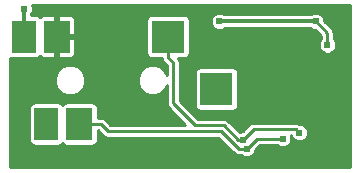
<source format=gbl>
G04 #@! TF.FileFunction,Copper,L2,Bot,Signal*
%FSLAX46Y46*%
G04 Gerber Fmt 4.6, Leading zero omitted, Abs format (unit mm)*
G04 Created by KiCad (PCBNEW 4.0.1-3.201512221402+6198~38~ubuntu14.04.1-stable) date Wed 27 Jan 2016 01:24:07 PM EST*
%MOMM*%
G01*
G04 APERTURE LIST*
%ADD10C,0.100000*%
%ADD11R,2.800000X2.800000*%
%ADD12R,2.200000X2.800000*%
%ADD13R,2.000000X2.800000*%
%ADD14C,0.620000*%
%ADD15C,0.320000*%
%ADD16C,0.240000*%
%ADD17C,0.254000*%
G04 APERTURE END LIST*
D10*
D11*
X168100000Y-104750000D03*
X164000000Y-100300000D03*
D12*
X154600000Y-100300000D03*
D13*
X151800000Y-100300000D03*
X153700000Y-107700000D03*
D12*
X156500000Y-107700000D03*
D14*
X151800000Y-97950000D03*
X167100000Y-110750000D03*
X165200000Y-109750000D03*
X167100000Y-107100000D03*
X177000000Y-108700000D03*
X171450000Y-106000000D03*
X175550000Y-103900000D03*
X169050000Y-101000000D03*
X174100000Y-110750000D03*
X174300000Y-107500000D03*
X179000000Y-109750000D03*
X177500000Y-101000000D03*
X168350000Y-99000000D03*
X176500000Y-99000000D03*
X170382800Y-109017200D03*
X175112500Y-108437500D03*
X170650000Y-109800000D03*
X173700000Y-108952500D03*
D15*
X151800000Y-100300000D02*
X151800000Y-97950000D01*
D16*
X177500000Y-101000000D02*
X177500000Y-100000000D01*
X177500000Y-100000000D02*
X176500000Y-99000000D01*
D15*
X176500000Y-99000000D02*
X168350000Y-99000000D01*
D16*
X164450000Y-102500000D02*
X164000000Y-102050000D01*
X164000000Y-102050000D02*
X164000000Y-100300000D01*
X164450000Y-105950000D02*
X164450000Y-102500000D01*
X166300000Y-107800000D02*
X164450000Y-105950000D01*
X168727194Y-107800000D02*
X166300000Y-107800000D01*
X170382800Y-109017200D02*
X169944394Y-109017200D01*
X169944394Y-109017200D02*
X168727194Y-107800000D01*
X175112500Y-108437500D02*
X174802501Y-108127501D01*
X174802501Y-108127501D02*
X171272499Y-108127501D01*
X171272499Y-108127501D02*
X170382800Y-109017200D01*
X170650000Y-109800000D02*
X170000000Y-109800000D01*
X158300000Y-107700000D02*
X156500000Y-107700000D01*
X170000000Y-109800000D02*
X168500000Y-108300000D01*
X168500000Y-108300000D02*
X158900000Y-108300000D01*
X158900000Y-108300000D02*
X158300000Y-107700000D01*
X171547500Y-108952500D02*
X170700000Y-109800000D01*
X170700000Y-109800000D02*
X170650000Y-109800000D01*
X173700000Y-108952500D02*
X171547500Y-108952500D01*
D17*
G36*
X179373000Y-111373000D02*
X150627000Y-111373000D01*
X150627000Y-106300000D01*
X152264635Y-106300000D01*
X152264635Y-109100000D01*
X152294409Y-109258237D01*
X152387927Y-109403567D01*
X152530619Y-109501064D01*
X152700000Y-109535365D01*
X154700000Y-109535365D01*
X154858237Y-109505591D01*
X155003567Y-109412073D01*
X155049831Y-109344364D01*
X155087927Y-109403567D01*
X155230619Y-109501064D01*
X155400000Y-109535365D01*
X157600000Y-109535365D01*
X157758237Y-109505591D01*
X157903567Y-109412073D01*
X158001064Y-109269381D01*
X158035365Y-109100000D01*
X158035365Y-108247000D01*
X158073426Y-108247000D01*
X158513212Y-108686787D01*
X158690516Y-108805258D01*
X158690672Y-108805362D01*
X158900000Y-108847000D01*
X168273426Y-108847000D01*
X169613212Y-110186787D01*
X169790672Y-110305362D01*
X170000000Y-110347000D01*
X170154679Y-110347000D01*
X170231978Y-110424434D01*
X170502758Y-110536872D01*
X170795955Y-110537128D01*
X171066932Y-110425163D01*
X171274434Y-110218022D01*
X171386872Y-109947242D01*
X171386925Y-109886649D01*
X171774074Y-109499500D01*
X173204679Y-109499500D01*
X173281978Y-109576934D01*
X173552758Y-109689372D01*
X173845955Y-109689628D01*
X174116932Y-109577663D01*
X174324434Y-109370522D01*
X174436872Y-109099742D01*
X174437128Y-108806545D01*
X174382569Y-108674501D01*
X174412991Y-108674501D01*
X174487337Y-108854432D01*
X174694478Y-109061934D01*
X174965258Y-109174372D01*
X175258455Y-109174628D01*
X175529432Y-109062663D01*
X175736934Y-108855522D01*
X175849372Y-108584742D01*
X175849628Y-108291545D01*
X175737663Y-108020568D01*
X175530522Y-107813066D01*
X175259742Y-107700628D01*
X175129125Y-107700514D01*
X175011829Y-107622139D01*
X174802501Y-107580501D01*
X171272499Y-107580501D01*
X171063171Y-107622139D01*
X170885711Y-107740714D01*
X170346258Y-108280168D01*
X170236845Y-108280072D01*
X170055692Y-108354923D01*
X169113981Y-107413213D01*
X168936522Y-107294638D01*
X168727194Y-107253000D01*
X166526574Y-107253000D01*
X164997000Y-105723426D01*
X164997000Y-103350000D01*
X166264635Y-103350000D01*
X166264635Y-106150000D01*
X166294409Y-106308237D01*
X166387927Y-106453567D01*
X166530619Y-106551064D01*
X166700000Y-106585365D01*
X169500000Y-106585365D01*
X169658237Y-106555591D01*
X169803567Y-106462073D01*
X169901064Y-106319381D01*
X169935365Y-106150000D01*
X169935365Y-103350000D01*
X169905591Y-103191763D01*
X169812073Y-103046433D01*
X169669381Y-102948936D01*
X169500000Y-102914635D01*
X166700000Y-102914635D01*
X166541763Y-102944409D01*
X166396433Y-103037927D01*
X166298936Y-103180619D01*
X166264635Y-103350000D01*
X164997000Y-103350000D01*
X164997000Y-102500000D01*
X164955362Y-102290672D01*
X164851589Y-102135365D01*
X165400000Y-102135365D01*
X165558237Y-102105591D01*
X165703567Y-102012073D01*
X165801064Y-101869381D01*
X165835365Y-101700000D01*
X165835365Y-99145955D01*
X167612872Y-99145955D01*
X167724837Y-99416932D01*
X167931978Y-99624434D01*
X168202758Y-99736872D01*
X168495955Y-99737128D01*
X168766932Y-99625163D01*
X168805162Y-99587000D01*
X176044609Y-99587000D01*
X176081978Y-99624434D01*
X176352758Y-99736872D01*
X176463394Y-99736969D01*
X176953000Y-100226575D01*
X176953000Y-100504679D01*
X176875566Y-100581978D01*
X176763128Y-100852758D01*
X176762872Y-101145955D01*
X176874837Y-101416932D01*
X177081978Y-101624434D01*
X177352758Y-101736872D01*
X177645955Y-101737128D01*
X177916932Y-101625163D01*
X178124434Y-101418022D01*
X178236872Y-101147242D01*
X178237128Y-100854045D01*
X178125163Y-100583068D01*
X178047000Y-100504769D01*
X178047000Y-100000000D01*
X178005362Y-99790672D01*
X177957868Y-99719592D01*
X177886788Y-99613213D01*
X177237032Y-98963458D01*
X177237128Y-98854045D01*
X177125163Y-98583068D01*
X176918022Y-98375566D01*
X176647242Y-98263128D01*
X176354045Y-98262872D01*
X176083068Y-98374837D01*
X176044838Y-98413000D01*
X168805391Y-98413000D01*
X168768022Y-98375566D01*
X168497242Y-98263128D01*
X168204045Y-98262872D01*
X167933068Y-98374837D01*
X167725566Y-98581978D01*
X167613128Y-98852758D01*
X167612872Y-99145955D01*
X165835365Y-99145955D01*
X165835365Y-98900000D01*
X165805591Y-98741763D01*
X165712073Y-98596433D01*
X165569381Y-98498936D01*
X165400000Y-98464635D01*
X162600000Y-98464635D01*
X162441763Y-98494409D01*
X162296433Y-98587927D01*
X162198936Y-98730619D01*
X162164635Y-98900000D01*
X162164635Y-101700000D01*
X162194409Y-101858237D01*
X162287927Y-102003567D01*
X162430619Y-102101064D01*
X162600000Y-102135365D01*
X163469980Y-102135365D01*
X163494638Y-102259328D01*
X163613213Y-102436787D01*
X163903000Y-102726574D01*
X163903000Y-103567475D01*
X163783219Y-103277583D01*
X163424307Y-102918043D01*
X162955125Y-102723222D01*
X162447103Y-102722779D01*
X161977583Y-102916781D01*
X161618043Y-103275693D01*
X161423222Y-103744875D01*
X161422779Y-104252897D01*
X161616781Y-104722417D01*
X161975693Y-105081957D01*
X162444875Y-105276778D01*
X162952897Y-105277221D01*
X163422417Y-105083219D01*
X163781957Y-104724307D01*
X163903000Y-104432803D01*
X163903000Y-105950000D01*
X163941144Y-106141763D01*
X163944638Y-106159328D01*
X164063213Y-106336787D01*
X165479426Y-107753000D01*
X159126575Y-107753000D01*
X158686787Y-107313213D01*
X158509328Y-107194638D01*
X158300000Y-107153000D01*
X158035365Y-107153000D01*
X158035365Y-106300000D01*
X158005591Y-106141763D01*
X157912073Y-105996433D01*
X157769381Y-105898936D01*
X157600000Y-105864635D01*
X155400000Y-105864635D01*
X155241763Y-105894409D01*
X155096433Y-105987927D01*
X155050169Y-106055636D01*
X155012073Y-105996433D01*
X154869381Y-105898936D01*
X154700000Y-105864635D01*
X152700000Y-105864635D01*
X152541763Y-105894409D01*
X152396433Y-105987927D01*
X152298936Y-106130619D01*
X152264635Y-106300000D01*
X150627000Y-106300000D01*
X150627000Y-104252897D01*
X154422779Y-104252897D01*
X154616781Y-104722417D01*
X154975693Y-105081957D01*
X155444875Y-105276778D01*
X155952897Y-105277221D01*
X156422417Y-105083219D01*
X156781957Y-104724307D01*
X156976778Y-104255125D01*
X156977221Y-103747103D01*
X156783219Y-103277583D01*
X156424307Y-102918043D01*
X155955125Y-102723222D01*
X155447103Y-102722779D01*
X154977583Y-102916781D01*
X154618043Y-103275693D01*
X154423222Y-103744875D01*
X154422779Y-104252897D01*
X150627000Y-104252897D01*
X150627000Y-102098591D01*
X150630619Y-102101064D01*
X150800000Y-102135365D01*
X152800000Y-102135365D01*
X152958237Y-102105591D01*
X153103567Y-102012073D01*
X153146041Y-101949910D01*
X153258124Y-102061993D01*
X153415065Y-102127000D01*
X154366250Y-102127000D01*
X154473000Y-102020250D01*
X154473000Y-100427000D01*
X154727000Y-100427000D01*
X154727000Y-102020250D01*
X154833750Y-102127000D01*
X155784935Y-102127000D01*
X155941876Y-102061993D01*
X156061993Y-101941876D01*
X156127000Y-101784936D01*
X156127000Y-100533750D01*
X156020250Y-100427000D01*
X154727000Y-100427000D01*
X154473000Y-100427000D01*
X154453000Y-100427000D01*
X154453000Y-100173000D01*
X154473000Y-100173000D01*
X154473000Y-98579750D01*
X154727000Y-98579750D01*
X154727000Y-100173000D01*
X156020250Y-100173000D01*
X156127000Y-100066250D01*
X156127000Y-98815064D01*
X156061993Y-98658124D01*
X155941876Y-98538007D01*
X155784935Y-98473000D01*
X154833750Y-98473000D01*
X154727000Y-98579750D01*
X154473000Y-98579750D01*
X154366250Y-98473000D01*
X153415065Y-98473000D01*
X153258124Y-98538007D01*
X153146381Y-98649750D01*
X153112073Y-98596433D01*
X152969381Y-98498936D01*
X152800000Y-98464635D01*
X152387000Y-98464635D01*
X152387000Y-98405391D01*
X152424434Y-98368022D01*
X152536872Y-98097242D01*
X152537128Y-97804045D01*
X152463975Y-97627000D01*
X179373000Y-97627000D01*
X179373000Y-111373000D01*
X179373000Y-111373000D01*
G37*
X179373000Y-111373000D02*
X150627000Y-111373000D01*
X150627000Y-106300000D01*
X152264635Y-106300000D01*
X152264635Y-109100000D01*
X152294409Y-109258237D01*
X152387927Y-109403567D01*
X152530619Y-109501064D01*
X152700000Y-109535365D01*
X154700000Y-109535365D01*
X154858237Y-109505591D01*
X155003567Y-109412073D01*
X155049831Y-109344364D01*
X155087927Y-109403567D01*
X155230619Y-109501064D01*
X155400000Y-109535365D01*
X157600000Y-109535365D01*
X157758237Y-109505591D01*
X157903567Y-109412073D01*
X158001064Y-109269381D01*
X158035365Y-109100000D01*
X158035365Y-108247000D01*
X158073426Y-108247000D01*
X158513212Y-108686787D01*
X158690516Y-108805258D01*
X158690672Y-108805362D01*
X158900000Y-108847000D01*
X168273426Y-108847000D01*
X169613212Y-110186787D01*
X169790672Y-110305362D01*
X170000000Y-110347000D01*
X170154679Y-110347000D01*
X170231978Y-110424434D01*
X170502758Y-110536872D01*
X170795955Y-110537128D01*
X171066932Y-110425163D01*
X171274434Y-110218022D01*
X171386872Y-109947242D01*
X171386925Y-109886649D01*
X171774074Y-109499500D01*
X173204679Y-109499500D01*
X173281978Y-109576934D01*
X173552758Y-109689372D01*
X173845955Y-109689628D01*
X174116932Y-109577663D01*
X174324434Y-109370522D01*
X174436872Y-109099742D01*
X174437128Y-108806545D01*
X174382569Y-108674501D01*
X174412991Y-108674501D01*
X174487337Y-108854432D01*
X174694478Y-109061934D01*
X174965258Y-109174372D01*
X175258455Y-109174628D01*
X175529432Y-109062663D01*
X175736934Y-108855522D01*
X175849372Y-108584742D01*
X175849628Y-108291545D01*
X175737663Y-108020568D01*
X175530522Y-107813066D01*
X175259742Y-107700628D01*
X175129125Y-107700514D01*
X175011829Y-107622139D01*
X174802501Y-107580501D01*
X171272499Y-107580501D01*
X171063171Y-107622139D01*
X170885711Y-107740714D01*
X170346258Y-108280168D01*
X170236845Y-108280072D01*
X170055692Y-108354923D01*
X169113981Y-107413213D01*
X168936522Y-107294638D01*
X168727194Y-107253000D01*
X166526574Y-107253000D01*
X164997000Y-105723426D01*
X164997000Y-103350000D01*
X166264635Y-103350000D01*
X166264635Y-106150000D01*
X166294409Y-106308237D01*
X166387927Y-106453567D01*
X166530619Y-106551064D01*
X166700000Y-106585365D01*
X169500000Y-106585365D01*
X169658237Y-106555591D01*
X169803567Y-106462073D01*
X169901064Y-106319381D01*
X169935365Y-106150000D01*
X169935365Y-103350000D01*
X169905591Y-103191763D01*
X169812073Y-103046433D01*
X169669381Y-102948936D01*
X169500000Y-102914635D01*
X166700000Y-102914635D01*
X166541763Y-102944409D01*
X166396433Y-103037927D01*
X166298936Y-103180619D01*
X166264635Y-103350000D01*
X164997000Y-103350000D01*
X164997000Y-102500000D01*
X164955362Y-102290672D01*
X164851589Y-102135365D01*
X165400000Y-102135365D01*
X165558237Y-102105591D01*
X165703567Y-102012073D01*
X165801064Y-101869381D01*
X165835365Y-101700000D01*
X165835365Y-99145955D01*
X167612872Y-99145955D01*
X167724837Y-99416932D01*
X167931978Y-99624434D01*
X168202758Y-99736872D01*
X168495955Y-99737128D01*
X168766932Y-99625163D01*
X168805162Y-99587000D01*
X176044609Y-99587000D01*
X176081978Y-99624434D01*
X176352758Y-99736872D01*
X176463394Y-99736969D01*
X176953000Y-100226575D01*
X176953000Y-100504679D01*
X176875566Y-100581978D01*
X176763128Y-100852758D01*
X176762872Y-101145955D01*
X176874837Y-101416932D01*
X177081978Y-101624434D01*
X177352758Y-101736872D01*
X177645955Y-101737128D01*
X177916932Y-101625163D01*
X178124434Y-101418022D01*
X178236872Y-101147242D01*
X178237128Y-100854045D01*
X178125163Y-100583068D01*
X178047000Y-100504769D01*
X178047000Y-100000000D01*
X178005362Y-99790672D01*
X177957868Y-99719592D01*
X177886788Y-99613213D01*
X177237032Y-98963458D01*
X177237128Y-98854045D01*
X177125163Y-98583068D01*
X176918022Y-98375566D01*
X176647242Y-98263128D01*
X176354045Y-98262872D01*
X176083068Y-98374837D01*
X176044838Y-98413000D01*
X168805391Y-98413000D01*
X168768022Y-98375566D01*
X168497242Y-98263128D01*
X168204045Y-98262872D01*
X167933068Y-98374837D01*
X167725566Y-98581978D01*
X167613128Y-98852758D01*
X167612872Y-99145955D01*
X165835365Y-99145955D01*
X165835365Y-98900000D01*
X165805591Y-98741763D01*
X165712073Y-98596433D01*
X165569381Y-98498936D01*
X165400000Y-98464635D01*
X162600000Y-98464635D01*
X162441763Y-98494409D01*
X162296433Y-98587927D01*
X162198936Y-98730619D01*
X162164635Y-98900000D01*
X162164635Y-101700000D01*
X162194409Y-101858237D01*
X162287927Y-102003567D01*
X162430619Y-102101064D01*
X162600000Y-102135365D01*
X163469980Y-102135365D01*
X163494638Y-102259328D01*
X163613213Y-102436787D01*
X163903000Y-102726574D01*
X163903000Y-103567475D01*
X163783219Y-103277583D01*
X163424307Y-102918043D01*
X162955125Y-102723222D01*
X162447103Y-102722779D01*
X161977583Y-102916781D01*
X161618043Y-103275693D01*
X161423222Y-103744875D01*
X161422779Y-104252897D01*
X161616781Y-104722417D01*
X161975693Y-105081957D01*
X162444875Y-105276778D01*
X162952897Y-105277221D01*
X163422417Y-105083219D01*
X163781957Y-104724307D01*
X163903000Y-104432803D01*
X163903000Y-105950000D01*
X163941144Y-106141763D01*
X163944638Y-106159328D01*
X164063213Y-106336787D01*
X165479426Y-107753000D01*
X159126575Y-107753000D01*
X158686787Y-107313213D01*
X158509328Y-107194638D01*
X158300000Y-107153000D01*
X158035365Y-107153000D01*
X158035365Y-106300000D01*
X158005591Y-106141763D01*
X157912073Y-105996433D01*
X157769381Y-105898936D01*
X157600000Y-105864635D01*
X155400000Y-105864635D01*
X155241763Y-105894409D01*
X155096433Y-105987927D01*
X155050169Y-106055636D01*
X155012073Y-105996433D01*
X154869381Y-105898936D01*
X154700000Y-105864635D01*
X152700000Y-105864635D01*
X152541763Y-105894409D01*
X152396433Y-105987927D01*
X152298936Y-106130619D01*
X152264635Y-106300000D01*
X150627000Y-106300000D01*
X150627000Y-104252897D01*
X154422779Y-104252897D01*
X154616781Y-104722417D01*
X154975693Y-105081957D01*
X155444875Y-105276778D01*
X155952897Y-105277221D01*
X156422417Y-105083219D01*
X156781957Y-104724307D01*
X156976778Y-104255125D01*
X156977221Y-103747103D01*
X156783219Y-103277583D01*
X156424307Y-102918043D01*
X155955125Y-102723222D01*
X155447103Y-102722779D01*
X154977583Y-102916781D01*
X154618043Y-103275693D01*
X154423222Y-103744875D01*
X154422779Y-104252897D01*
X150627000Y-104252897D01*
X150627000Y-102098591D01*
X150630619Y-102101064D01*
X150800000Y-102135365D01*
X152800000Y-102135365D01*
X152958237Y-102105591D01*
X153103567Y-102012073D01*
X153146041Y-101949910D01*
X153258124Y-102061993D01*
X153415065Y-102127000D01*
X154366250Y-102127000D01*
X154473000Y-102020250D01*
X154473000Y-100427000D01*
X154727000Y-100427000D01*
X154727000Y-102020250D01*
X154833750Y-102127000D01*
X155784935Y-102127000D01*
X155941876Y-102061993D01*
X156061993Y-101941876D01*
X156127000Y-101784936D01*
X156127000Y-100533750D01*
X156020250Y-100427000D01*
X154727000Y-100427000D01*
X154473000Y-100427000D01*
X154453000Y-100427000D01*
X154453000Y-100173000D01*
X154473000Y-100173000D01*
X154473000Y-98579750D01*
X154727000Y-98579750D01*
X154727000Y-100173000D01*
X156020250Y-100173000D01*
X156127000Y-100066250D01*
X156127000Y-98815064D01*
X156061993Y-98658124D01*
X155941876Y-98538007D01*
X155784935Y-98473000D01*
X154833750Y-98473000D01*
X154727000Y-98579750D01*
X154473000Y-98579750D01*
X154366250Y-98473000D01*
X153415065Y-98473000D01*
X153258124Y-98538007D01*
X153146381Y-98649750D01*
X153112073Y-98596433D01*
X152969381Y-98498936D01*
X152800000Y-98464635D01*
X152387000Y-98464635D01*
X152387000Y-98405391D01*
X152424434Y-98368022D01*
X152536872Y-98097242D01*
X152537128Y-97804045D01*
X152463975Y-97627000D01*
X179373000Y-97627000D01*
X179373000Y-111373000D01*
M02*

</source>
